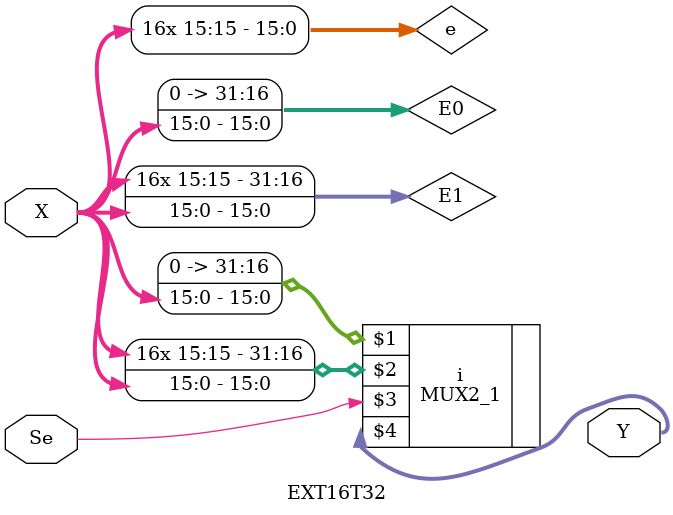
<source format=v>
`timescale 1ns / 1ps


module EXT16T32(X,Se,Y);
input [15:0] X;
input Se;
output [31:0] Y;
wire [31:0] E0,E1;
wire [15:0] e={16{X[15]}};
parameter z=16'b0;
assign E0={z,X};
assign E1={e,X};
MUX2_1 i(E0,E1,Se,Y);
endmodule

</source>
